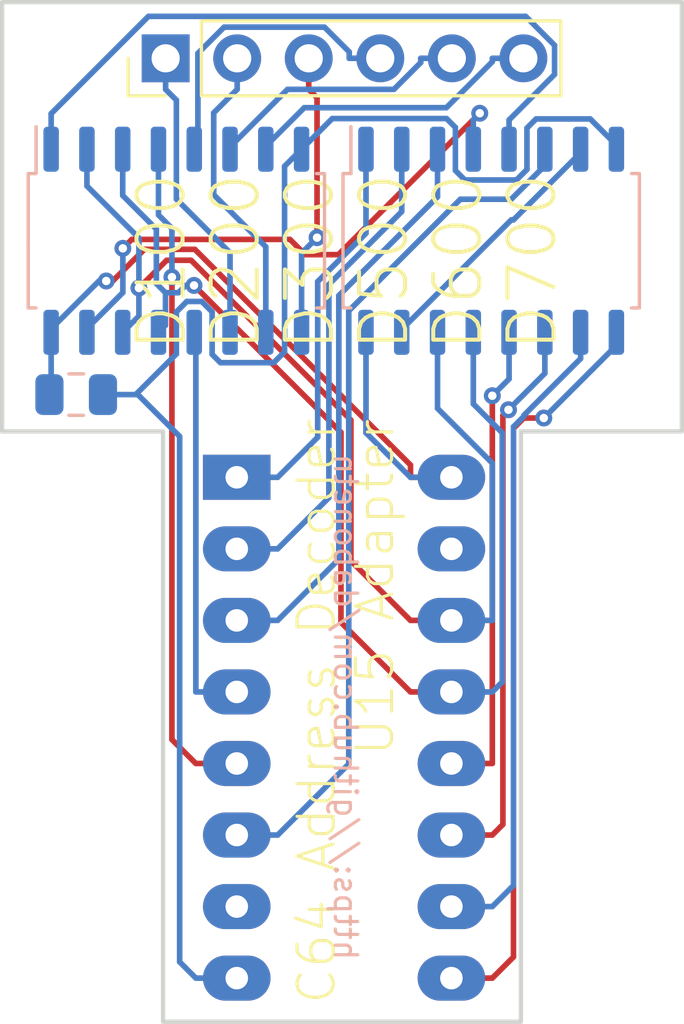
<source format=kicad_pcb>
(kicad_pcb (version 20221018) (generator pcbnew)
  (layers (0 "F.Cu" signal) (31 "B.Cu" signal) (34 "B.Paste" user) (35 "F.Paste" user) (36 "B.SilkS" user "B.Silkscreen") (37 "F.SilkS" user "F.Silkscreen") (38 "B.Mask" user) (39 "F.Mask" user) (44 "Edge.Cuts" user))
  (net 0 "")
  (net 1 "/D100")
  (net 2 "/D200")
  (net 3 "/D300")
  (net 4 "/D500")
  (net 5 "/D600")
  (net 6 "/D700")
  (net 7 "/SIDOUT")
  (net 8 "/IO2")
  (net 9 "/IO1")
  (net 10 "/CIA2")
  (net 11 "/CIA1")
  (net 12 "/A9")
  (net 13 "/A8")
  (net 15 "/SIDINT")
  (net 16 "/VICINT")
  (net 17 "/I{slash}O")
  (net 18 "/A10")
  (net 19 "/A11")
  (net 20 "/VICOUT")
  (net 21 "/COLOROUT")
  (net 23 "/GND")
  (net 24 "/+5V")
  (net 25 "/7TO15")
  (footprint "Connector_PinHeader_2.54mm:PinHeader_1x06_P2.54mm_Vertical" (layer "F.Cu") (at 142.24 88.9 90)
    (fp_text reference "J1" hide)
    (fp_text value "IO Out" hide)
    (fp_line (start -1.33 -1.33) (end 0 -1.33) (stroke (width 0.12)) (layer "F.SilkS"))
    (fp_line (start -1.33 0) (end -1.33 -1.33) (stroke (width 0.12)) (layer "F.SilkS"))
    (fp_line (start -1.33 1.27) (end -1.33 14.03) (stroke (width 0.12)) (layer "F.SilkS"))
    (fp_line (start -1.33 1.27) (end 1.33 1.27) (stroke (width 0.12)) (layer "F.SilkS"))
    (fp_line (start -1.33 14.03) (end 1.33 14.03) (stroke (width 0.12)) (layer "F.SilkS"))
    (fp_line (start 1.33 1.27) (end 1.33 14.03) (stroke (width 0.12)) (layer "F.SilkS"))
    (pad "1" thru_hole rect (at 0 0 90) (size 1.7 1.7) (drill 1) (layers "*.Cu" "*.Mask") (net 1 "/D100"))
    (pad "2" thru_hole oval (at 0 2.54 90) (size 1.7 1.7) (drill 1) (layers "*.Cu" "*.Mask") (net 2 "/D200"))
    (pad "3" thru_hole oval (at 0 5.08 90) (size 1.7 1.7) (drill 1) (layers "*.Cu" "*.Mask") (net 3 "/D300"))
    (pad "4" thru_hole oval (at 0 7.62 90) (size 1.7 1.7) (drill 1) (layers "*.Cu" "*.Mask") (net 4 "/D500"))
    (pad "5" thru_hole oval (at 0 10.16 90) (size 1.7 1.7) (drill 1) (layers "*.Cu" "*.Mask") (net 5 "/D600"))
    (pad "6" thru_hole oval (at 0 12.7 90) (size 1.7 1.7) (drill 1) (layers "*.Cu" "*.Mask") (net 6 "/D700"))
  )
  (footprint "Package_DIP:DIP-16_W7.62mm_LongPads" (layer "F.Cu") (at 144.765 103.774)
    (fp_text reference "U1" hide)
    (fp_text value "Socket U15" hide)
    (pad "1" thru_hole rect (at 0 0) (size 2.4 1.6) (drill 0.8) (layers "*.Cu" "*.Mask") (net 17 "/I{slash}O"))
    (pad "2" thru_hole oval (at 0 2.54) (size 2.4 1.6) (drill 0.8) (layers "*.Cu" "*.Mask") (net 18 "/A10"))
    (pad "3" thru_hole oval (at 0 5.08) (size 2.4 1.6) (drill 0.8) (layers "*.Cu" "*.Mask") (net 19 "/A11"))
    (pad "4" thru_hole oval (at 0 7.62) (size 2.4 1.6) (drill 0.8) (layers "*.Cu" "*.Mask") (net 20 "/VICOUT"))
    (pad "5" thru_hole oval (at 0 10.16) (size 2.4 1.6) (drill 0.8) (layers "*.Cu" "*.Mask") (net 7 "/SIDOUT"))
    (pad "6" thru_hole oval (at 0 12.7) (size 2.4 1.6) (drill 0.8) (layers "*.Cu" "*.Mask") (net 21 "/COLOROUT"))
    (pad "7" thru_hole oval (at 0 15.24) (size 2.4 1.6) (drill 0.8) (layers "*.Cu" "*.Mask"))
    (pad "8" thru_hole oval (at 0 17.78) (size 2.4 1.6) (drill 0.8) (layers "*.Cu" "*.Mask") (net 23 "/GND"))
    (pad "9" thru_hole oval (at 7.62 17.78) (size 2.4 1.6) (drill 0.8) (layers "*.Cu" "*.Mask") (net 8 "/IO2"))
    (pad "10" thru_hole oval (at 7.62 15.24) (size 2.4 1.6) (drill 0.8) (layers "*.Cu" "*.Mask") (net 9 "/IO1"))
    (pad "11" thru_hole oval (at 7.62 12.7) (size 2.4 1.6) (drill 0.8) (layers "*.Cu" "*.Mask") (net 10 "/CIA2"))
    (pad "12" thru_hole oval (at 7.62 10.16) (size 2.4 1.6) (drill 0.8) (layers "*.Cu" "*.Mask") (net 11 "/CIA1"))
    (pad "13" thru_hole oval (at 7.62 7.62) (size 2.4 1.6) (drill 0.8) (layers "*.Cu" "*.Mask") (net 12 "/A9"))
    (pad "14" thru_hole oval (at 7.62 5.08) (size 2.4 1.6) (drill 0.8) (layers "*.Cu" "*.Mask") (net 13 "/A8"))
    (pad "15" thru_hole oval (at 7.62 2.54) (size 2.4 1.6) (drill 0.8) (layers "*.Cu" "*.Mask"))
    (pad "16" thru_hole oval (at 7.62 0) (size 2.4 1.6) (drill 0.8) (layers "*.Cu" "*.Mask") (net 24 "/+5V"))
  )
  (footprint "Package_SO:SOIC-16_4.55x10.3mm_P1.27mm" (layer "B.Cu") (at 153.797 95.377 -90)
    (fp_text reference "U2" hide)
    (fp_text value "Main Decoder" hide)
    (fp_line (start -2.385 -5.26) (end -2.385 -4.98) (stroke (width 0.12)) (layer "B.SilkS"))
    (fp_line (start -2.385 4.98) (end -4.05 4.98) (stroke (width 0.12)) (layer "B.SilkS"))
    (fp_line (start -2.385 5.26) (end -2.385 4.98) (stroke (width 0.12)) (layer "B.SilkS"))
    (fp_line (start 0 -5.26) (end -2.385 -5.26) (stroke (width 0.12)) (layer "B.SilkS"))
    (fp_line (start 0 -5.26) (end 2.385 -5.26) (stroke (width 0.12)) (layer "B.SilkS"))
    (fp_line (start 0 5.26) (end -2.385 5.26) (stroke (width 0.12)) (layer "B.SilkS"))
    (fp_line (start 0 5.26) (end 2.385 5.26) (stroke (width 0.12)) (layer "B.SilkS"))
    (fp_line (start 2.385 -5.26) (end 2.385 -4.98) (stroke (width 0.12)) (layer "B.SilkS"))
    (fp_line (start 2.385 5.26) (end 2.385 4.98) (stroke (width 0.12)) (layer "B.SilkS"))
    (pad "1" smd roundrect (at -3.25 4.445 270) (size 1.6 0.55) (layers "B.Cu" "B.Paste" "B.Mask") (net 17 "/I{slash}O"))
    (pad "2" smd roundrect (at -3.25 3.175 270) (size 1.6 0.55) (layers "B.Cu" "B.Paste" "B.Mask") (net 18 "/A10"))
    (pad "3" smd roundrect (at -3.25 1.905 270) (size 1.6 0.55) (layers "B.Cu" "B.Paste" "B.Mask") (net 19 "/A11"))
    (pad "4" smd roundrect (at -3.25 0.635 270) (size 1.6 0.55) (layers "B.Cu" "B.Paste" "B.Mask") (net 16 "/VICINT"))
    (pad "5" smd roundrect (at -3.25 -0.635 270) (size 1.6 0.55) (layers "B.Cu" "B.Paste" "B.Mask") (net 15 "/SIDINT"))
    (pad "6" smd roundrect (at -3.25 -1.905 270) (size 1.6 0.55) (layers "B.Cu" "B.Paste" "B.Mask") (net 21 "/COLOROUT"))
    (pad "7" smd roundrect (at -3.25 -3.175 270) (size 1.6 0.55) (layers "B.Cu" "B.Paste" "B.Mask") (net 25 "/7TO15"))
    (pad "8" smd roundrect (at -3.25 -4.445 270) (size 1.6 0.55) (layers "B.Cu" "B.Paste" "B.Mask") (net 23 "/GND"))
    (pad "9" smd roundrect (at 3.25 -4.445 270) (size 1.6 0.55) (layers "B.Cu" "B.Paste" "B.Mask") (net 8 "/IO2"))
    (pad "10" smd roundrect (at 3.25 -3.175 270) (size 1.6 0.55) (layers "B.Cu" "B.Paste" "B.Mask") (net 9 "/IO1"))
    (pad "11" smd roundrect (at 3.25 -1.905 270) (size 1.6 0.55) (layers "B.Cu" "B.Paste" "B.Mask") (net 10 "/CIA2"))
    (pad "12" smd roundrect (at 3.25 -0.635 270) (size 1.6 0.55) (layers "B.Cu" "B.Paste" "B.Mask") (net 11 "/CIA1"))
    (pad "13" smd roundrect (at 3.25 0.635 270) (size 1.6 0.55) (layers "B.Cu" "B.Paste" "B.Mask") (net 12 "/A9"))
    (pad "14" smd roundrect (at 3.25 1.905 270) (size 1.6 0.55) (layers "B.Cu" "B.Paste" "B.Mask") (net 13 "/A8"))
    (pad "15" smd roundrect (at 3.25 3.175 270) (size 1.6 0.55) (layers "B.Cu" "B.Paste" "B.Mask") (net 25 "/7TO15"))
    (pad "16" smd roundrect (at 3.25 4.445 270) (size 1.6 0.55) (layers "B.Cu" "B.Paste" "B.Mask") (net 24 "/+5V"))
  )
  (footprint "Package_SO:SOIC-16_4.55x10.3mm_P1.27mm" (layer "B.Cu") (at 142.621 95.377 -90)
    (fp_text reference "U3" hide)
    (fp_text value "ExtraDecoder" hide)
    (fp_line (start -2.385 -5.26) (end -2.385 -4.98) (stroke (width 0.12)) (layer "B.SilkS"))
    (fp_line (start -2.385 4.98) (end -4.05 4.98) (stroke (width 0.12)) (layer "B.SilkS"))
    (fp_line (start -2.385 5.26) (end -2.385 4.98) (stroke (width 0.12)) (layer "B.SilkS"))
    (fp_line (start 0 -5.26) (end -2.385 -5.26) (stroke (width 0.12)) (layer "B.SilkS"))
    (fp_line (start 0 -5.26) (end 2.385 -5.26) (stroke (width 0.12)) (layer "B.SilkS"))
    (fp_line (start 0 5.26) (end -2.385 5.26) (stroke (width 0.12)) (layer "B.SilkS"))
    (fp_line (start 0 5.26) (end 2.385 5.26) (stroke (width 0.12)) (layer "B.SilkS"))
    (fp_line (start 2.385 -5.26) (end 2.385 -4.98) (stroke (width 0.12)) (layer "B.SilkS"))
    (fp_line (start 2.385 5.26) (end 2.385 4.98) (stroke (width 0.12)) (layer "B.SilkS"))
    (pad "1" smd roundrect (at -3.25 4.445 270) (size 1.6 0.55) (layers "B.Cu" "B.Paste" "B.Mask") (net 15 "/SIDINT"))
    (pad "2" smd roundrect (at -3.25 3.175 270) (size 1.6 0.55) (layers "B.Cu" "B.Paste" "B.Mask") (net 13 "/A8"))
    (pad "3" smd roundrect (at -3.25 1.905 270) (size 1.6 0.55) (layers "B.Cu" "B.Paste" "B.Mask") (net 12 "/A9"))
    (pad "4" smd roundrect (at -3.25 0.635 270) (size 1.6 0.55) (layers "B.Cu" "B.Paste" "B.Mask") (net 7 "/SIDOUT"))
    (pad "5" smd roundrect (at -3.25 -0.635 270) (size 1.6 0.55) (layers "B.Cu" "B.Paste" "B.Mask") (net 4 "/D500"))
    (pad "6" smd roundrect (at -3.25 -1.905 270) (size 1.6 0.55) (layers "B.Cu" "B.Paste" "B.Mask") (net 5 "/D600"))
    (pad "7" smd roundrect (at -3.25 -3.175 270) (size 1.6 0.55) (layers "B.Cu" "B.Paste" "B.Mask") (net 6 "/D700"))
    (pad "8" smd roundrect (at -3.25 -4.445 270) (size 1.6 0.55) (layers "B.Cu" "B.Paste" "B.Mask") (net 23 "/GND"))
    (pad "9" smd roundrect (at 3.25 -4.445 270) (size 1.6 0.55) (layers "B.Cu" "B.Paste" "B.Mask") (net 3 "/D300"))
    (pad "10" smd roundrect (at 3.25 -3.175 270) (size 1.6 0.55) (layers "B.Cu" "B.Paste" "B.Mask") (net 2 "/D200"))
    (pad "11" smd roundrect (at 3.25 -1.905 270) (size 1.6 0.55) (layers "B.Cu" "B.Paste" "B.Mask") (net 1 "/D100"))
    (pad "12" smd roundrect (at 3.25 -0.635 270) (size 1.6 0.55) (layers "B.Cu" "B.Paste" "B.Mask") (net 20 "/VICOUT"))
    (pad "13" smd roundrect (at 3.25 0.635 270) (size 1.6 0.55) (layers "B.Cu" "B.Paste" "B.Mask") (net 12 "/A9"))
    (pad "14" smd roundrect (at 3.25 1.905 270) (size 1.6 0.55) (layers "B.Cu" "B.Paste" "B.Mask") (net 13 "/A8"))
    (pad "15" smd roundrect (at 3.25 3.175 270) (size 1.6 0.55) (layers "B.Cu" "B.Paste" "B.Mask") (net 16 "/VICINT"))
    (pad "16" smd roundrect (at 3.25 4.445 270) (size 1.6 0.55) (layers "B.Cu" "B.Paste" "B.Mask") (net 24 "/+5V"))
  )
  (footprint "Capacitor_SMD:C_0805_2012Metric" (layer "B.Cu") (at 139.065 100.838)
    (fp_text reference "C1" hide)
    (fp_text value ".1uf" hide)
    (fp_line (start -0.261252 -0.735) (end 0.261252 -0.735) (stroke (width 0.12)) (layer "B.SilkS"))
    (fp_line (start -0.261252 0.735) (end 0.261252 0.735) (stroke (width 0.12)) (layer "B.SilkS"))
    (pad "1" smd roundrect (at -0.95 0) (size 1 1.45) (layers "B.Cu" "B.Paste" "B.Mask") (net 24 "/+5V"))
    (pad "2" smd roundrect (at 0.95 0) (size 1 1.45) (layers "B.Cu" "B.Paste" "B.Mask") (net 23 "/GND"))
  )
  (gr_line (start 142.1511 102.1461) (end 142.1511 123.1011) (stroke (width 0.1524)) (layer "Edge.Cuts"))
  (gr_line (start 136.4361 86.9061) (end 136.4361 102.1461) (stroke (width 0.1524)) (layer "Edge.Cuts"))
  (gr_line (start 142.1511 123.1011) (end 154.8511 123.1011) (stroke (width 0.1524)) (layer "Edge.Cuts"))
  (gr_line (start 160.5661 102.1461) (end 160.5661 86.9061) (stroke (width 0.1524)) (layer "Edge.Cuts"))
  (gr_line (start 160.5661 86.9061) (end 136.4361 86.9061) (stroke (width 0.1524)) (layer "Edge.Cuts"))
  (gr_line (start 154.8511 123.1011) (end 154.8511 102.1461) (stroke (width 0.1524)) (layer "Edge.Cuts"))
  (gr_line (start 136.4361 102.1461) (end 142.1511 102.1461) (stroke (width 0.1524)) (layer "Edge.Cuts"))
  (gr_line (start 154.8511 102.1461) (end 160.5661 102.1461) (stroke (width 0.1524)) (layer "Edge.Cuts"))
  (gr_text "https://github.com/dabonetn" (at 148.6281 111.9251 270) (layer "B.SilkS") (effects (font (size 0.8 0.8) (thickness 0.11176)) (justify mirror)))
  (gr_text "C64 Address Decoder\n    U15 Adapter" (at 146.8501 101.6 90) (layer "F.SilkS") (effects (font (size 1.28524 1.28524) (thickness 0.11176)) (justify right top)))
  (gr_text "D100\nD200\nD300\nD500\nD600\nD700" (at 141.1351 92.8751 90) (layer "F.SilkS") (effects (font (size 1.63576 1.63576) (thickness 0.14224)) (justify right top)))
  (segment (start 142.24 88.9) (end 142.24 90.0025) (width 0.2) (layer "B.Cu") (net 1))
  (segment (start 142.621 90.3835) (end 142.24 90.0025) (width 0.2) (layer "B.Cu") (net 1))
  (segment (start 144.526 98.627) (end 144.526 95.802) (width 0.2) (layer "B.Cu") (net 1))
  (segment (start 142.621 93.897) (end 142.621 90.3835) (width 0.2) (layer "B.Cu") (net 1))
  (segment (start 144.526 95.802) (end 142.621 93.897) (width 0.2) (layer "B.Cu") (net 1))
  (segment (start 144.78 88.9) (end 144.78 90.0025) (width 0.2) (layer "B.Cu") (net 2))
  (segment (start 145.796 95.5908) (end 143.9467 93.7415) (width 0.2) (layer "B.Cu") (net 2))
  (segment (start 143.9467 93.7415) (end 143.9467 90.8358) (width 0.2) (layer "B.Cu") (net 2))
  (segment (start 145.796 98.627) (end 145.796 95.5908) (width 0.2) (layer "B.Cu") (net 2))
  (segment (start 143.9467 90.8358) (end 144.78 90.0025) (width 0.2) (layer "B.Cu") (net 2))
  (segment (start 147.32 88.9) (end 147.32 90.0025) (width 0.2) (layer "F.Cu") (net 3))
  (segment (start 147.6154 90.2979) (end 147.32 90.0025) (width 0.2) (layer "F.Cu") (net 3))
  (segment (start 147.6154 95.266) (end 147.6154 90.2979) (width 0.2) (layer "F.Cu") (net 3))
  (via (at 147.6154 95.266) (size 0.6) (drill 0.3) (layers "F.Cu" "B.Cu") (net 3))
  (segment (start 147.066 95.8154) (end 147.6154 95.266) (width 0.2) (layer "B.Cu") (net 3))
  (segment (start 147.066 98.627) (end 147.066 95.8154) (width 0.2) (layer "B.Cu") (net 3))
  (segment (start 143.3853 88.7243) (end 144.3158 87.7938) (width 0.2) (layer "B.Cu") (net 4))
  (segment (start 148.7575 88.6716) (end 148.7575 88.9) (width 0.2) (layer "B.Cu") (net 4))
  (segment (start 147.8797 87.7938) (end 148.7575 88.6716) (width 0.2) (layer "B.Cu") (net 4))
  (segment (start 144.3158 87.7938) (end 147.8797 87.7938) (width 0.2) (layer "B.Cu") (net 4))
  (segment (start 143.3853 91.9977) (end 143.3853 88.7243) (width 0.2) (layer "B.Cu") (net 4))
  (segment (start 149.86 88.9) (end 148.7575 88.9) (width 0.2) (layer "B.Cu") (net 4))
  (segment (start 143.256 92.127) (end 143.3853 91.9977) (width 0.2) (layer "B.Cu") (net 4))
  (segment (start 152.4 88.9) (end 151.2975 88.9) (width 0.2) (layer "B.Cu") (net 5))
  (segment (start 146.5661 90.0025) (end 144.526 92.0426) (width 0.2) (layer "B.Cu") (net 5))
  (segment (start 151.2975 89.05) (end 150.345 90.0025) (width 0.2) (layer "B.Cu") (net 5))
  (segment (start 151.2975 88.9) (end 151.2975 89.05) (width 0.2) (layer "B.Cu") (net 5))
  (segment (start 144.526 92.0426) (end 144.526 92.127) (width 0.2) (layer "B.Cu") (net 5))
  (segment (start 150.345 90.0025) (end 146.5661 90.0025) (width 0.2) (layer "B.Cu") (net 5))
  (segment (start 154.94 88.9) (end 153.8375 88.9) (width 0.2) (layer "B.Cu") (net 6))
  (segment (start 153.8375 89.0219) (end 153.8375 88.9) (width 0.2) (layer "B.Cu") (net 6))
  (segment (start 152.2064 90.653) (end 153.8375 89.0219) (width 0.2) (layer "B.Cu") (net 6))
  (segment (start 145.796 92.0177) (end 147.1607 90.653) (width 0.2) (layer "B.Cu") (net 6))
  (segment (start 147.1607 90.653) (end 152.2064 90.653) (width 0.2) (layer "B.Cu") (net 6))
  (segment (start 145.796 92.127) (end 145.796 92.0177) (width 0.2) (layer "B.Cu") (net 6))
  (segment (start 142.4628 113.0843) (end 143.3125 113.934) (width 0.2) (layer "F.Cu") (net 7))
  (segment (start 142.4628 96.6689) (end 142.4628 113.0843) (width 0.2) (layer "F.Cu") (net 7))
  (segment (start 144.765 113.934) (end 143.3125 113.934) (width 0.2) (layer "F.Cu") (net 7))
  (via (at 142.4628 96.6689) (size 0.6) (drill 0.3) (layers "F.Cu" "B.Cu") (net 7))
  (segment (start 142.4628 94.9372) (end 142.4628 96.6689) (width 0.2) (layer "B.Cu") (net 7))
  (segment (start 141.986 92.127) (end 141.986 94.4604) (width 0.2) (layer "B.Cu") (net 7))
  (segment (start 141.986 94.4604) (end 142.4628 94.9372) (width 0.2) (layer "B.Cu") (net 7))
  (segment (start 154.5884 102.0358) (end 154.9545 101.6697) (width 0.2) (layer "F.Cu") (net 8))
  (segment (start 153.8375 121.554) (end 154.5884 120.8031) (width 0.2) (layer "F.Cu") (net 8))
  (segment (start 154.5884 120.8031) (end 154.5884 102.0358) (width 0.2) (layer "F.Cu") (net 8))
  (segment (start 154.9545 101.6697) (end 155.6647 101.6697) (width 0.2) (layer "F.Cu") (net 8))
  (segment (start 152.385 121.554) (end 153.8375 121.554) (width 0.2) (layer "F.Cu") (net 8))
  (via (at 155.6647 101.6697) (size 0.6) (drill 0.3) (layers "F.Cu" "B.Cu") (net 8))
  (segment (start 158.242 98.627) (end 158.242 99.0924) (width 0.2) (layer "B.Cu") (net 8))
  (segment (start 158.242 99.0924) (end 155.6647 101.6697) (width 0.2) (layer "B.Cu") (net 8))
  (segment (start 153.8375 119.014) (end 154.5884 118.2631) (width 0.2) (layer "B.Cu") (net 9))
  (segment (start 156.972 99.5602) (end 156.972 98.627) (width 0.2) (layer "B.Cu") (net 9))
  (segment (start 154.9639 101.6052) (end 154.9639 101.5683) (width 0.2) (layer "B.Cu") (net 9))
  (segment (start 152.385 119.014) (end 153.8375 119.014) (width 0.2) (layer "B.Cu") (net 9))
  (segment (start 154.9639 101.5683) (end 156.972 99.5602) (width 0.2) (layer "B.Cu") (net 9))
  (segment (start 154.5884 118.2631) (end 154.5884 101.9807) (width 0.2) (layer "B.Cu") (net 9))
  (segment (start 154.5884 101.9807) (end 154.9639 101.6052) (width 0.2) (layer "B.Cu") (net 9))
  (segment (start 154.213 116.0985) (end 153.8375 116.474) (width 0.2) (layer "F.Cu") (net 10))
  (segment (start 154.4114 101.3763) (end 154.213 101.5747) (width 0.2) (layer "F.Cu") (net 10))
  (segment (start 152.385 116.474) (end 153.8375 116.474) (width 0.2) (layer "F.Cu") (net 10))
  (segment (start 154.213 101.5747) (end 154.213 116.0985) (width 0.2) (layer "F.Cu") (net 10))
  (via (at 154.4114 101.3763) (size 0.6) (drill 0.3) (layers "F.Cu" "B.Cu") (net 10))
  (segment (start 155.702 100.0857) (end 154.4114 101.3763) (width 0.2) (layer "B.Cu") (net 10))
  (segment (start 155.702 98.627) (end 155.702 100.0857) (width 0.2) (layer "B.Cu") (net 10))
  (segment (start 152.385 113.934) (end 153.8375 113.934) (width 0.2) (layer "F.Cu") (net 11))
  (segment (start 153.8375 100.8788) (end 153.8375 113.934) (width 0.2) (layer "F.Cu") (net 11))
  (via (at 153.8375 100.8788) (size 0.6) (drill 0.3) (layers "F.Cu" "B.Cu") (net 11))
  (segment (start 154.432 98.627) (end 154.432 100.2843) (width 0.2) (layer "B.Cu") (net 11))
  (segment (start 154.432 100.2843) (end 153.8375 100.8788) (width 0.2) (layer "B.Cu") (net 11))
  (segment (start 152.385 111.394) (end 150.9325 111.394) (width 0.2) (layer "F.Cu") (net 12))
  (segment (start 148.4641 102.1795) (end 148.4641 108.9256) (width 0.2) (layer "F.Cu") (net 12))
  (segment (start 148.4641 108.9256) (end 150.9325 111.394) (width 0.2) (layer "F.Cu") (net 12))
  (segment (start 143.2473 96.9627) (end 148.4641 102.1795) (width 0.2) (layer "F.Cu") (net 12))
  (via (at 143.2473 96.9627) (size 0.6) (drill 0.3) (layers "F.Cu" "B.Cu") (net 12))
  (segment (start 154.1901 102.1955) (end 153.162 101.1674) (width 0.2) (layer "B.Cu") (net 12))
  (segment (start 142.9504 96.9627) (end 143.2473 96.9627) (width 0.2) (layer "B.Cu") (net 12))
  (segment (start 141.9103 94.9634) (end 141.9103 96.8977) (width 0.2) (layer "B.Cu") (net 12))
  (segment (start 142.6917 97.2214) (end 142.9504 96.9627) (width 0.2) (layer "B.Cu") (net 12))
  (segment (start 140.716 92.127) (end 140.716 93.7691) (width 0.2) (layer "B.Cu") (net 12))
  (segment (start 152.385 111.394) (end 153.8375 111.394) (width 0.2) (layer "B.Cu") (net 12))
  (segment (start 154.1901 111.0414) (end 154.1901 102.1955) (width 0.2) (layer "B.Cu") (net 12))
  (segment (start 153.162 101.1674) (end 153.162 98.627) (width 0.2) (layer "B.Cu") (net 12))
  (segment (start 140.716 93.7691) (end 141.9103 94.9634) (width 0.2) (layer "B.Cu") (net 12))
  (segment (start 142.234 97.2214) (end 142.6917 97.2214) (width 0.2) (layer "B.Cu") (net 12))
  (segment (start 153.8375 111.394) (end 154.1901 111.0414) (width 0.2) (layer "B.Cu") (net 12))
  (segment (start 141.9103 96.8977) (end 142.234 97.2214) (width 0.2) (layer "B.Cu") (net 12))
  (segment (start 142.234 98.379) (end 142.234 97.2214) (width 0.2) (layer "B.Cu") (net 12))
  (segment (start 141.986 98.627) (end 142.234 98.379) (width 0.2) (layer "B.Cu") (net 12))
  (segment (start 152.385 108.854) (end 150.9325 108.854) (width 0.2) (layer "F.Cu") (net 13))
  (segment (start 143.1428 96.069) (end 148.8167 101.7429) (width 0.2) (layer "F.Cu") (net 13))
  (segment (start 148.8167 101.7429) (end 148.8167 106.7382) (width 0.2) (layer "F.Cu") (net 13))
  (segment (start 148.8167 106.7382) (end 150.9325 108.854) (width 0.2) (layer "F.Cu") (net 13))
  (segment (start 142.276 96.069) (end 143.1428 96.069) (width 0.2) (layer "F.Cu") (net 13))
  (segment (start 141.2912 97.0538) (end 142.276 96.069) (width 0.2) (layer "F.Cu") (net 13))
  (via (at 141.2912 97.0538) (size 0.6) (drill 0.3) (layers "F.Cu" "B.Cu") (net 13))
  (segment (start 139.446 93.4332) (end 139.446 92.127) (width 0.2) (layer "B.Cu") (net 13))
  (segment (start 140.716 98.627) (end 141.2912 98.0518) (width 0.2) (layer "B.Cu") (net 13))
  (segment (start 152.385 108.854) (end 153.8375 108.854) (width 0.2) (layer "B.Cu") (net 13))
  (segment (start 153.8375 103.2727) (end 151.892 101.3272) (width 0.2) (layer "B.Cu") (net 13))
  (segment (start 141.2912 97.0538) (end 141.2912 95.2784) (width 0.2) (layer "B.Cu") (net 13))
  (segment (start 151.892 101.3272) (end 151.892 98.627) (width 0.2) (layer "B.Cu") (net 13))
  (segment (start 141.2912 95.2784) (end 139.446 93.4332) (width 0.2) (layer "B.Cu") (net 13))
  (segment (start 153.8375 108.854) (end 153.8375 103.2727) (width 0.2) (layer "B.Cu") (net 13))
  (segment (start 141.2912 98.0518) (end 141.2912 97.0538) (width 0.2) (layer "B.Cu") (net 13))
  (segment (start 141.6285 87.4103) (end 155.0214 87.4103) (width 0.2) (layer "B.Cu") (net 15))
  (segment (start 156.047 89.474) (end 154.432 91.089) (width 0.2) (layer "B.Cu") (net 15))
  (segment (start 155.0214 87.4103) (end 156.047 88.4359) (width 0.2) (layer "B.Cu") (net 15))
  (segment (start 138.176 90.8628) (end 141.6285 87.4103) (width 0.2) (layer "B.Cu") (net 15))
  (segment (start 138.176 92.127) (end 138.176 90.8628) (width 0.2) (layer "B.Cu") (net 15))
  (segment (start 154.432 91.089) (end 154.432 92.127) (width 0.2) (layer "B.Cu") (net 15))
  (segment (start 156.047 88.4359) (end 156.047 89.474) (width 0.2) (layer "B.Cu") (net 15))
  (segment (start 141.0392 95.329) (end 140.7215 95.6467) (width 0.2) (layer "F.Cu") (net 16))
  (segment (start 147.1938 95.8695) (end 146.6533 95.329) (width 0.2) (layer "F.Cu") (net 16))
  (segment (start 146.6533 95.329) (end 141.0392 95.329) (width 0.2) (layer "F.Cu") (net 16))
  (segment (start 148.3724 95.8695) (end 147.1938 95.8695) (width 0.2) (layer "F.Cu") (net 16))
  (segment (start 153.3918 90.8501) (end 148.3724 95.8695) (width 0.2) (layer "F.Cu") (net 16))
  (via (at 153.3918 90.8501) (size 0.6) (drill 0.3) (layers "F.Cu" "B.Cu") (net 16))
  (via (at 140.7215 95.6467) (size 0.6) (drill 0.3) (layers "F.Cu" "B.Cu") (net 16))
  (segment (start 153.162 91.0799) (end 153.162 92.127) (width 0.2) (layer "B.Cu") (net 16))
  (segment (start 139.446 98.627) (end 139.446 98.4923) (width 0.2) (layer "B.Cu") (net 16))
  (segment (start 153.3918 90.8501) (end 153.162 91.0799) (width 0.2) (layer "B.Cu") (net 16))
  (segment (start 140.7215 97.2168) (end 140.7215 95.6467) (width 0.2) (layer "B.Cu") (net 16))
  (segment (start 139.446 98.4923) (end 140.7215 97.2168) (width 0.2) (layer "B.Cu") (net 16))
  (segment (start 149.352 95.1129) (end 147.6384 96.8265) (width 0.2) (layer "B.Cu") (net 17))
  (segment (start 149.352 92.127) (end 149.352 95.1129) (width 0.2) (layer "B.Cu") (net 17))
  (segment (start 144.765 103.774) (end 146.2175 103.774) (width 0.2) (layer "B.Cu") (net 17))
  (segment (start 147.6384 96.8265) (end 147.6384 102.3531) (width 0.2) (layer "B.Cu") (net 17))
  (segment (start 147.6384 102.3531) (end 146.2175 103.774) (width 0.2) (layer "B.Cu") (net 17))
  (segment (start 148.0353 96.9284) (end 148.0353 104.4962) (width 0.2) (layer "B.Cu") (net 18))
  (segment (start 148.0353 104.4962) (end 146.2175 106.314) (width 0.2) (layer "B.Cu") (net 18))
  (segment (start 144.765 106.314) (end 146.2175 106.314) (width 0.2) (layer "B.Cu") (net 18))
  (segment (start 150.622 94.3417) (end 148.0353 96.9284) (width 0.2) (layer "B.Cu") (net 18))
  (segment (start 150.622 92.127) (end 150.622 94.3417) (width 0.2) (layer "B.Cu") (net 18))
  (segment (start 144.765 108.854) (end 146.2175 108.854) (width 0.2) (layer "B.Cu") (net 19))
  (segment (start 148.3879 97.3233) (end 151.892 93.8192) (width 0.2) (layer "B.Cu") (net 19))
  (segment (start 146.2175 108.854) (end 148.3879 106.6836) (width 0.2) (layer "B.Cu") (net 19))
  (segment (start 148.3879 106.6836) (end 148.3879 97.3233) (width 0.2) (layer "B.Cu") (net 19))
  (segment (start 151.892 93.8192) (end 151.892 92.127) (width 0.2) (layer "B.Cu") (net 19))
  (segment (start 143.3125 111.394) (end 143.3125 98.6835) (width 0.2) (layer "B.Cu") (net 20))
  (segment (start 144.765 111.394) (end 143.3125 111.394) (width 0.2) (layer "B.Cu") (net 20))
  (segment (start 143.3125 98.6835) (end 143.256 98.627) (width 0.2) (layer "B.Cu") (net 20))
  (segment (start 146.2175 116.474) (end 148.7405 113.951) (width 0.2) (layer "B.Cu") (net 21))
  (segment (start 152.7039 93.903) (end 154.5097 93.903) (width 0.2) (layer "B.Cu") (net 21))
  (segment (start 148.7405 97.8664) (end 152.7039 93.903) (width 0.2) (layer "B.Cu") (net 21))
  (segment (start 154.5097 93.903) (end 155.702 92.7107) (width 0.2) (layer "B.Cu") (net 21))
  (segment (start 148.7405 113.951) (end 148.7405 97.8664) (width 0.2) (layer "B.Cu") (net 21))
  (segment (start 155.702 92.7107) (end 155.702 92.127) (width 0.2) (layer "B.Cu") (net 21))
  (segment (start 144.765 116.474) (end 146.2175 116.474) (width 0.2) (layer "B.Cu") (net 21))
  (segment (start 154.6948 93.2192) (end 155.067 92.847) (width 0.2) (layer "B.Cu") (net 23))
  (segment (start 144.765 121.554) (end 143.3125 121.554) (width 0.2) (layer "B.Cu") (net 23))
  (segment (start 157.3151 91.0521) (end 158.242 91.979) (width 0.2) (layer "B.Cu") (net 23))
  (segment (start 143.5213 97.5317) (end 143.891 97.9014) (width 0.2) (layer "B.Cu") (net 23))
  (segment (start 143.891 97.9014) (end 143.891 99.4124) (width 0.2) (layer "B.Cu") (net 23))
  (segment (start 142.7383 120.9798) (end 143.3125 121.554) (width 0.2) (layer "B.Cu") (net 23))
  (segment (start 142.621 97.9044) (end 142.9937 97.5317) (width 0.2) (layer "B.Cu") (net 23))
  (segment (start 155.067 91.3765) (end 155.3914 91.0521) (width 0.2) (layer "B.Cu") (net 23))
  (segment (start 146.4619 99.3218) (end 146.4619 92.7311) (width 0.2) (layer "B.Cu") (net 23))
  (segment (start 152.8632 93.2192) (end 154.6948 93.2192) (width 0.2) (layer "B.Cu") (net 23))
  (segment (start 141.2172 100.8006) (end 142.621 99.3968) (width 0.2) (layer "B.Cu") (net 23))
  (segment (start 142.621 99.3968) (end 142.621 97.9044) (width 0.2) (layer "B.Cu") (net 23))
  (segment (start 148.1533 91.0397) (end 152.2125 91.0397) (width 0.2) (layer "B.Cu") (net 23))
  (segment (start 142.9937 97.5317) (end 143.5213 97.5317) (width 0.2) (layer "B.Cu") (net 23))
  (segment (start 144.1841 99.7055) (end 146.0782 99.7055) (width 0.2) (layer "B.Cu") (net 23))
  (segment (start 141.1798 100.838) (end 141.2172 100.8006) (width 0.2) (layer "B.Cu") (net 23))
  (segment (start 152.527 91.3542) (end 152.527 92.883) (width 0.2) (layer "B.Cu") (net 23))
  (segment (start 146.4619 92.7311) (end 147.066 92.127) (width 0.2) (layer "B.Cu") (net 23))
  (segment (start 155.3914 91.0521) (end 157.3151 91.0521) (width 0.2) (layer "B.Cu") (net 23))
  (segment (start 147.066 92.127) (end 148.1533 91.0397) (width 0.2) (layer "B.Cu") (net 23))
  (segment (start 152.2125 91.0397) (end 152.527 91.3542) (width 0.2) (layer "B.Cu") (net 23))
  (segment (start 146.0782 99.7055) (end 146.4619 99.3218) (width 0.2) (layer "B.Cu") (net 23))
  (segment (start 143.891 99.4124) (end 144.1841 99.7055) (width 0.2) (layer "B.Cu") (net 23))
  (segment (start 155.067 92.847) (end 155.067 91.3765) (width 0.2) (layer "B.Cu") (net 23))
  (segment (start 140.015 100.838) (end 141.1798 100.838) (width 0.2) (layer "B.Cu") (net 23))
  (segment (start 142.7383 102.3218) (end 142.7383 120.9798) (width 0.2) (layer "B.Cu") (net 23))
  (segment (start 141.2172 100.8006) (end 142.7383 102.3218) (width 0.2) (layer "B.Cu") (net 23))
  (segment (start 158.242 91.979) (end 158.242 92.127) (width 0.2) (layer "B.Cu") (net 23))
  (segment (start 152.527 92.883) (end 152.8632 93.2192) (width 0.2) (layer "B.Cu") (net 23))
  (segment (start 141.4852 95.6816) (end 143.2763 95.6816) (width 0.2) (layer "F.Cu") (net 24))
  (segment (start 140.1319 96.8052) (end 140.3616 96.8052) (width 0.2) (layer "F.Cu") (net 24))
  (segment (start 150.9325 103.3378) (end 150.9325 103.774) (width 0.2) (layer "F.Cu") (net 24))
  (segment (start 143.2763 95.6816) (end 150.9325 103.3378) (width 0.2) (layer "F.Cu") (net 24))
  (segment (start 140.3616 96.8052) (end 141.4852 95.6816) (width 0.2) (layer "F.Cu") (net 24))
  (segment (start 152.385 103.774) (end 150.9325 103.774) (width 0.2) (layer "F.Cu") (net 24))
  (via (at 140.1319 96.8052) (size 0.6) (drill 0.3) (layers "F.Cu" "B.Cu") (net 24))
  (segment (start 149.352 102.1935) (end 149.352 98.627) (width 0.2) (layer "B.Cu") (net 24))
  (segment (start 138.115 100.838) (end 138.176 100.777) (width 0.2) (layer "B.Cu") (net 24))
  (segment (start 152.385 103.774) (end 150.9325 103.774) (width 0.2) (layer "B.Cu") (net 24))
  (segment (start 138.176 98.5026) (end 139.8734 96.8052) (width 0.2) (layer "B.Cu") (net 24))
  (segment (start 138.176 100.777) (end 138.176 98.627) (width 0.2) (layer "B.Cu") (net 24))
  (segment (start 138.176 98.627) (end 138.176 98.5026) (width 0.2) (layer "B.Cu") (net 24))
  (segment (start 139.8734 96.8052) (end 140.1319 96.8052) (width 0.2) (layer "B.Cu") (net 24))
  (segment (start 150.9325 103.774) (end 149.352 102.1935) (width 0.2) (layer "B.Cu") (net 24))
  (segment (start 154.5126 94.6351) (end 154.5896 94.6351) (width 0.2) (layer "B.Cu") (net 25))
  (segment (start 154.5896 94.6351) (end 156.972 92.2527) (width 0.2) (layer "B.Cu") (net 25))
  (segment (start 156.972 92.2527) (end 156.972 92.127) (width 0.2) (layer "B.Cu") (net 25))
  (segment (start 150.622 98.5257) (end 154.5126 94.6351) (width 0.2) (layer "B.Cu") (net 25))
  (segment (start 150.622 98.627) (end 150.622 98.5257) (width 0.2) (layer "B.Cu") (net 25))
)
</source>
